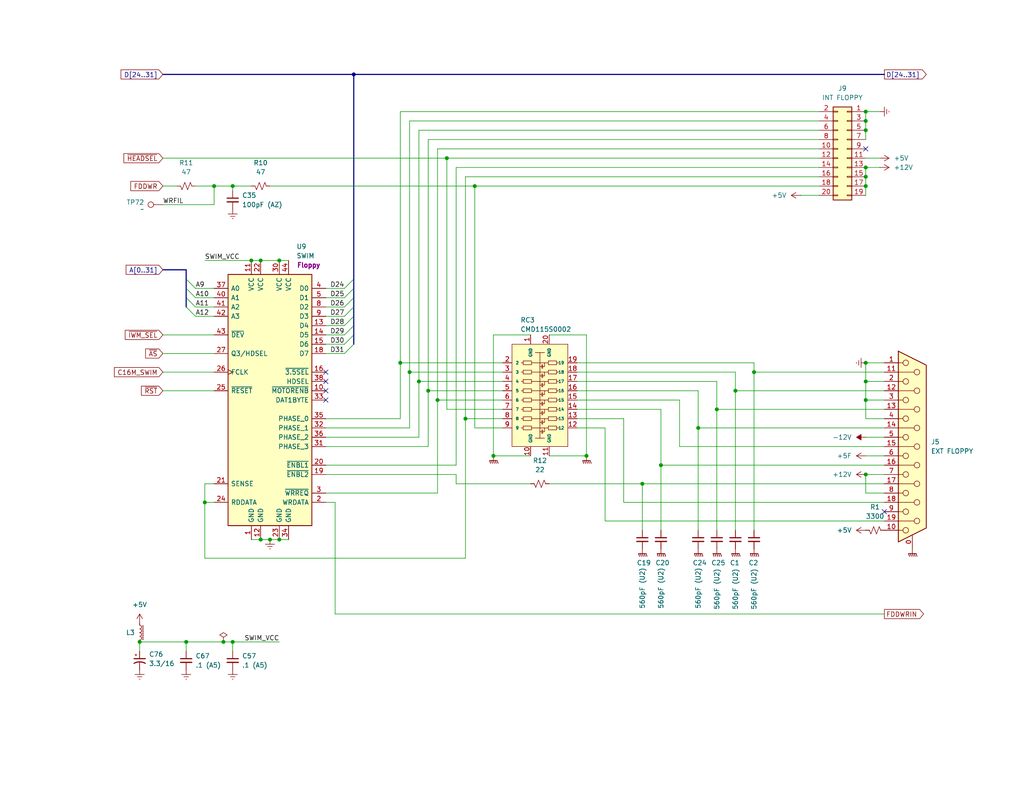
<source format=kicad_sch>
(kicad_sch (version 20250114) (generator "eeschema") (generator_version "9.0")
  (paper "USLetter")
  (title_block (title "Macintosh Classic II") (date "2025-05-29") (company "Apple Computer") (comment 1 "drawn by Bradley Bell"))
  (lib_symbols
    (symbol "AppleASIC:Apple_SWIM_PLCC-44" (pin_names (offset 0.762))
      (property "Reference" "U" (at 7.62 38.1 0))
      (property "Value" "Apple_SWIM_PLCC-44" (at 17.272 36.068 0))
      (symbol "Apple_SWIM_PLCC-44_1_1"
        (rectangle (start -11.43 34.29) (end 11.43 -34.29) (stroke (width 0.254)) (fill (type background)))
        (pin input line (at -15.24 30.48 0) (length 3.81) (name "A0") (number "37"))
        (pin input line (at -15.24 27.94 0) (length 3.81) (name "A1") (number "40"))
        (pin input line (at -15.24 25.4 0) (length 3.81) (name "A2") (number "41"))
        (pin input line (at -15.24 22.86 0) (length 3.81) (name "A3") (number "42"))
        (pin input line (at -15.24 17.78 0) (length 3.81) (name "~{DEV}") (number "43"))
        (pin bidirectional line (at -15.24 12.7 0) (length 3.81) (name "Q3/HDSEL") (number "27"))
        (pin input clock (at -15.24 7.62 0) (length 3.81) (name "FCLK") (number "26"))
        (pin input line (at -15.24 2.54 0) (length 3.81) (name "~{RESET}") (number "25"))
        (pin input line (at -15.24 -22.86 0) (length 3.81) (name "SENSE") (number "21"))
        (pin input line (at -15.24 -27.94 0) (length 3.81) (name "RDDATA") (number "24"))
        (pin power_in line (at -5.08 38.1 270) (length 3.81) (name "VCC") (number "11"))
        (pin power_in line (at -5.08 -38.1 90) (length 3.81) (name "GND") (number "1"))
        (pin power_in line (at -2.54 38.1 270) (length 3.81) (name "VCC") (number "22"))
        (pin power_in line (at -2.54 -38.1 90) (length 3.81) (name "GND") (number "12"))
        (pin power_in line (at 2.54 38.1 270) (length 3.81) (name "VCC") (number "30"))
        (pin power_in line (at 2.54 -38.1 90) (length 3.81) (name "GND") (number "23"))
        (pin power_in line (at 5.08 38.1 270) (length 3.81) (name "VCC") (number "44"))
        (pin power_in line (at 5.08 -38.1 90) (length 3.81) (name "GND") (number "34"))
        (pin bidirectional line (at 15.24 30.48 180) (length 3.81) (name "D0") (number "4"))
        (pin bidirectional line (at 15.24 27.94 180) (length 3.81) (name "D1") (number "5"))
        (pin bidirectional line (at 15.24 25.4 180) (length 3.81) (name "D2") (number "8"))
        (pin bidirectional line (at 15.24 22.86 180) (length 3.81) (name "D3") (number "9"))
        (pin bidirectional line (at 15.24 20.32 180) (length 3.81) (name "D4") (number "13"))
        (pin bidirectional line (at 15.24 17.78 180) (length 3.81) (name "D5") (number "14"))
        (pin bidirectional line (at 15.24 15.24 180) (length 3.81) (name "D6") (number "15"))
        (pin bidirectional line (at 15.24 12.7 180) (length 3.81) (name "D7") (number "18"))
        (pin output line (at 15.24 7.62 180) (length 3.81) (name "~{3.5SEL}") (number "16"))
        (pin output line (at 15.24 5.08 180) (length 3.81) (name "HDSEL") (number "38"))
        (pin output line (at 15.24 2.54 180) (length 3.81) (name "~{MOTORENB}") (number "10"))
        (pin output line (at 15.24 0 180) (length 3.81) (name "DAT1BYTE") (number "33"))
        (pin bidirectional line (at 15.24 -5.08 180) (length 3.81) (name "PHASE_0") (number "35"))
        (pin bidirectional line (at 15.24 -7.62 180) (length 3.81) (name "PHASE_1") (number "32"))
        (pin bidirectional line (at 15.24 -10.16 180) (length 3.81) (name "PHASE_2") (number "36"))
        (pin bidirectional line (at 15.24 -12.7 180) (length 3.81) (name "PHASE_3") (number "31"))
        (pin output line (at 15.24 -17.78 180) (length 3.81) (name "~{ENBL1}") (number "20"))
        (pin output line (at 15.24 -20.32 180) (length 3.81) (name "~{ENBL2}") (number "19"))
        (pin output line (at 15.24 -25.4 180) (length 3.81) (name "~{WRREQ}") (number "3"))
        (pin output line (at 15.24 -27.94 180) (length 3.81) (name "WRDATA") (number "2"))
        (pin no_connect non_logic (at 25.4 -31.75 180) (length 3.81) (hide yes) (name "") (number "6"))
        (pin no_connect non_logic (at 25.4 -34.29 180) (length 3.81) (hide yes) (name "") (number "7"))
        (pin no_connect non_logic (at 25.4 -36.83 180) (length 3.81) (hide yes) (name "") (number "17"))
        (pin no_connect non_logic (at 25.4 -39.37 180) (length 3.81) (hide yes) (name "") (number "28"))
        (pin no_connect non_logic (at 25.4 -41.91 180) (length 3.81) (hide yes) (name "") (number "29"))
        (pin no_connect non_logic (at 25.4 -44.45 180) (length 3.81) (hide yes) (name "") (number "39"))
      )
    )
    (symbol "AppleASIC:RC_Network" (pin_names (offset 1.016))
      (property "Reference" "RC" (at -35.56 16.51 0))
      (property "Value" "RC_Network" (at -35.56 16.51 0))
      (symbol "RC_Network_0_1"
        (polyline (pts (xy -10.414 1.27) (xy -10.414 -1.27)))
        (polyline (pts (xy -10.16 0) (xy -10.414 0) (xy 12.954 0)))
        (rectangle (start -8.128 4.572) (end -7.112 2.286))
        (rectangle (start -8.128 -2.286) (end -7.112 -4.572))
        (polyline (pts (xy -7.62 4.572) (xy -7.62 5.08)))
        (polyline (pts (xy -7.62 1.27) (xy -6.604 1.27) (xy -6.604 0.762)))
        (polyline (pts (xy -7.62 -2.286) (xy -7.62 2.286)))
        (polyline (pts (xy -7.62 -4.572) (xy -7.62 -5.08)))
        (polyline (pts (xy -7.112 0.508) (xy -6.096 0.508)))
        (polyline (pts (xy -6.858 0.762) (xy -6.35 0.762)))
        (polyline (pts (xy -6.604 0.508) (xy -6.604 0)))
        (polyline (pts (xy -6.35 0.508) (xy -6.858 0.508)))
        (polyline (pts (xy -6.096 0.762) (xy -7.112 0.762)))
        (rectangle (start -5.588 4.572) (end -4.572 2.286))
        (rectangle (start -5.588 -2.286) (end -4.572 -4.572))
        (polyline (pts (xy -5.08 4.572) (xy -5.08 5.08)))
        (polyline (pts (xy -5.08 2.286) (xy -5.08 -2.286)))
        (polyline (pts (xy -5.08 1.27) (xy -4.064 1.27) (xy -4.064 0.762) (xy -4.572 0.762) (xy -3.556 0.762)))
        (polyline (pts (xy -5.08 -4.572) (xy -5.08 -5.08)))
        (polyline (pts (xy -4.572 0.508) (xy -3.556 0.508) (xy -4.064 0.508) (xy -4.064 0)))
        (rectangle (start -3.048 4.572) (end -2.032 2.286))
        (rectangle (start -3.048 -2.286) (end -2.032 -4.572))
        (polyline (pts (xy -2.54 4.572) (xy -2.54 5.08)))
        (polyline (pts (xy -2.54 2.286) (xy -2.54 -2.286)))
        (polyline (pts (xy -2.54 1.27) (xy -1.524 1.27) (xy -1.524 0.762) (xy -2.032 0.762) (xy -1.016 0.762)))
        (polyline (pts (xy -2.54 -4.572) (xy -2.54 -5.08)))
        (polyline (pts (xy -2.032 0.508) (xy -1.016 0.508) (xy -1.524 0.508) (xy -1.524 0)))
        (rectangle (start -0.508 4.572) (end 0.508 2.286))
        (rectangle (start -0.508 -2.286) (end 0.508 -4.572))
        (polyline (pts (xy 0 4.572) (xy 0 5.08)))
        (polyline (pts (xy 0 2.286) (xy 0 -2.286)))
        (polyline (pts (xy 0 1.27) (xy 1.016 1.27) (xy 1.016 0.762) (xy 0.508 0.762) (xy 1.524 0.762)))
        (polyline (pts (xy 0 -4.572) (xy 0 -5.08)))
        (polyline (pts (xy 0.508 0.508) (xy 1.524 0.508) (xy 1.016 0.508) (xy 1.016 0)))
        (rectangle (start 2.032 4.572) (end 3.048 2.286))
        (rectangle (start 2.032 -2.286) (end 3.048 -4.572))
        (polyline (pts (xy 2.54 4.572) (xy 2.54 5.08)))
        (polyline (pts (xy 2.54 2.286) (xy 2.54 -2.286)))
        (polyline (pts (xy 2.54 1.27) (xy 3.556 1.27) (xy 3.556 0.762) (xy 3.048 0.762) (xy 4.064 0.762)))
        (polyline (pts (xy 2.54 -4.572) (xy 2.54 -5.08)))
        (polyline (pts (xy 3.048 0.508) (xy 4.064 0.508) (xy 3.556 0.508) (xy 3.556 0)))
        (rectangle (start 4.572 4.572) (end 5.588 2.286))
        (rectangle (start 4.572 -2.286) (end 5.588 -4.572))
        (polyline (pts (xy 5.08 4.572) (xy 5.08 5.08)))
        (polyline (pts (xy 5.08 2.286) (xy 5.08 -2.286)))
        (polyline (pts (xy 5.08 1.27) (xy 6.096 1.27) (xy 6.096 0.762) (xy 5.588 0.762) (xy 6.604 0.762)))
        (polyline (pts (xy 5.08 -4.572) (xy 5.08 -5.08)))
        (polyline (pts (xy 5.588 0.508) (xy 6.604 0.508) (xy 6.096 0.508) (xy 6.096 0)))
        (rectangle (start 7.112 4.572) (end 8.128 2.286))
        (rectangle (start 7.112 -2.286) (end 8.128 -4.572))
        (polyline (pts (xy 7.62 4.572) (xy 7.62 5.08)))
        (polyline (pts (xy 7.62 2.286) (xy 7.62 -2.286)))
        (polyline (pts (xy 7.62 1.27) (xy 8.636 1.27) (xy 8.636 0.762) (xy 8.128 0.762) (xy 9.144 0.762)))
        (polyline (pts (xy 7.62 -4.572) (xy 7.62 -5.08)))
        (polyline (pts (xy 9.144 0.508) (xy 8.128 0.508) (xy 8.636 0.508) (xy 8.636 0)))
        (rectangle (start 9.652 4.572) (end 10.668 2.286))
        (rectangle (start 9.652 -2.286) (end 10.668 -4.572))
        (polyline (pts (xy 10.16 4.572) (xy 10.16 5.08)))
        (polyline (pts (xy 10.16 2.286) (xy 10.16 -2.286)))
        (polyline (pts (xy 10.16 1.27) (xy 11.176 1.27) (xy 11.176 0.762) (xy 10.668 0.762) (xy 11.684 0.762)))
        (polyline (pts (xy 10.16 -4.572) (xy 10.16 -5.08)))
        (polyline (pts (xy 10.668 0.508) (xy 11.684 0.508) (xy 11.176 0.508) (xy 11.176 0)))
        (polyline (pts (xy 12.954 1.27) (xy 12.954 -1.27)))
      )
      (symbol "RC_Network_1_1"
        (rectangle (start -12.7 7.62) (end 15.24 -7.62) (fill (type background)))
        (pin passive line (at -15.24 2.54 0) (length 2.4892) (name "GND") (number "20"))
        (pin passive line (at -15.24 -2.54 0) (length 2.4892) (name "GND") (number "1"))
        (pin passive line (at -7.62 10.16 270) (length 2.4892) (name "19") (number "19"))
        (pin passive line (at -7.62 -10.16 90) (length 2.4892) (name "2") (number "2"))
        (pin passive line (at -5.08 10.16 270) (length 2.4892) (name "18") (number "18"))
        (pin passive line (at -5.08 -10.16 90) (length 2.4892) (name "3") (number "3"))
        (pin passive line (at -2.54 10.16 270) (length 2.4892) (name "17") (number "17"))
        (pin passive line (at -2.54 -10.16 90) (length 2.4892) (name "4") (number "4"))
        (pin passive line (at 0 10.16 270) (length 2.4892) (name "16") (number "16"))
        (pin passive line (at 0 -10.16 90) (length 2.4892) (name "5") (number "5"))
        (pin passive line (at 2.54 10.16 270) (length 2.4892) (name "15") (number "15"))
        (pin passive line (at 2.54 -10.16 90) (length 2.4892) (name "6") (number "6"))
        (pin passive line (at 5.08 10.16 270) (length 2.4892) (name "14") (number "14"))
        (pin passive line (at 5.08 -10.16 90) (length 2.4892) (name "7") (number "7"))
        (pin passive line (at 7.62 10.16 270) (length 2.4892) (name "13") (number "13"))
        (pin passive line (at 7.62 -10.16 90) (length 2.4892) (name "8") (number "8"))
        (pin passive line (at 10.16 10.16 270) (length 2.4892) (name "12") (number "12"))
        (pin passive line (at 10.16 -10.16 90) (length 2.4892) (name "9") (number "9"))
        (pin passive line (at 17.78 2.54 180) (length 2.4892) (name "GND") (number "11"))
        (pin passive line (at 17.78 -2.54 180) (length 2.4892) (name "GND") (number "10"))
      )
    )
    (symbol "Connector:TestPoint" (pin_numbers (hide yes)) (pin_names (offset 0.762) (hide yes))
      (property "Reference" "TP" (at 0 6.858 0))
      (property "Value" "TestPoint" (at 0 5.08 0))
      (symbol "TestPoint_0_1"
        (circle (center 0 3.302) (radius 0.762))
      )
      (symbol "TestPoint_1_1"
        (pin passive line (at 0 0 90) (length 2.54) (name "1") (number "1"))
      )
    )
    (symbol "Connector_Generic:Conn_02x10_Odd_Even" (pin_names (offset 1.016) (hide yes))
      (property "Reference" "J" (at 1.27 12.7 0))
      (property "Value" "Conn_02x10_Odd_Even" (at 1.27 -15.24 0))
      (symbol "Conn_02x10_Odd_Even_1_1"
        (rectangle (start -1.27 11.43) (end 3.81 -13.97) (stroke (width 0.254)) (fill (type background)))
        (rectangle (start -1.27 10.287) (end 0 10.033) (stroke (width 0.1524)))
        (rectangle (start -1.27 7.747) (end 0 7.493) (stroke (width 0.1524)))
        (rectangle (start -1.27 5.207) (end 0 4.953) (stroke (width 0.1524)))
        (rectangle (start -1.27 2.667) (end 0 2.413) (stroke (width 0.1524)))
        (rectangle (start -1.27 0.127) (end 0 -0.127) (stroke (width 0.1524)))
        (rectangle (start -1.27 -2.413) (end 0 -2.667) (stroke (width 0.1524)))
        (rectangle (start -1.27 -4.953) (end 0 -5.207) (stroke (width 0.1524)))
        (rectangle (start -1.27 -7.493) (end 0 -7.747) (stroke (width 0.1524)))
        (rectangle (start -1.27 -10.033) (end 0 -10.287) (stroke (width 0.1524)))
        (rectangle (start -1.27 -12.573) (end 0 -12.827) (stroke (width 0.1524)))
        (rectangle (start 3.81 10.287) (end 2.54 10.033) (stroke (width 0.1524)))
        (rectangle (start 3.81 7.747) (end 2.54 7.493) (stroke (width 0.1524)))
        (rectangle (start 3.81 5.207) (end 2.54 4.953) (stroke (width 0.1524)))
        (rectangle (start 3.81 2.667) (end 2.54 2.413) (stroke (width 0.1524)))
        (rectangle (start 3.81 0.127) (end 2.54 -0.127) (stroke (width 0.1524)))
        (rectangle (start 3.81 -2.413) (end 2.54 -2.667) (stroke (width 0.1524)))
        (rectangle (start 3.81 -4.953) (end 2.54 -5.207) (stroke (width 0.1524)))
        (rectangle (start 3.81 -7.493) (end 2.54 -7.747) (stroke (width 0.1524)))
        (rectangle (start 3.81 -10.033) (end 2.54 -10.287) (stroke (width 0.1524)))
        (rectangle (start 3.81 -12.573) (end 2.54 -12.827) (stroke (width 0.1524)))
        (pin passive line (at -5.08 10.16 0) (length 3.81) (name "Pin_1") (number "1"))
        (pin passive line (at -5.08 7.62 0) (length 3.81) (name "Pin_3") (number "3"))
        (pin passive line (at -5.08 5.08 0) (length 3.81) (name "Pin_5") (number "5"))
        (pin passive line (at -5.08 2.54 0) (length 3.81) (name "Pin_7") (number "7"))
        (pin passive line (at -5.08 0 0) (length 3.81) (name "Pin_9") (number "9"))
        (pin passive line (at -5.08 -2.54 0) (length 3.81) (name "Pin_11") (number "11"))
        (pin passive line (at -5.08 -5.08 0) (length 3.81) (name "Pin_13") (number "13"))
        (pin passive line (at -5.08 -7.62 0) (length 3.81) (name "Pin_15") (number "15"))
        (pin passive line (at -5.08 -10.16 0) (length 3.81) (name "Pin_17") (number "17"))
        (pin passive line (at -5.08 -12.7 0) (length 3.81) (name "Pin_19") (number "19"))
        (pin passive line (at 7.62 10.16 180) (length 3.81) (name "Pin_2") (number "2"))
        (pin passive line (at 7.62 7.62 180) (length 3.81) (name "Pin_4") (number "4"))
        (pin passive line (at 7.62 5.08 180) (length 3.81) (name "Pin_6") (number "6"))
        (pin passive line (at 7.62 2.54 180) (length 3.81) (name "Pin_8") (number "8"))
        (pin passive line (at 7.62 0 180) (length 3.81) (name "Pin_10") (number "10"))
        (pin passive line (at 7.62 -2.54 180) (length 3.81) (name "Pin_12") (number "12"))
        (pin passive line (at 7.62 -5.08 180) (length 3.81) (name "Pin_14") (number "14"))
        (pin passive line (at 7.62 -7.62 180) (length 3.81) (name "Pin_16") (number "16"))
        (pin passive line (at 7.62 -10.16 180) (length 3.81) (name "Pin_18") (number "18"))
        (pin passive line (at 7.62 -12.7 180) (length 3.81) (name "Pin_20") (number "20"))
      )
    )
    (symbol "Device:C_Polarized_Small_US" (pin_numbers (hide yes)) (pin_names (offset 0.254) (hide yes))
      (property "Reference" "C" (at 0.254 1.778 0))
      (property "Value" "C_Polarized_Small_US" (at 0.254 -2.032 0))
      (symbol "C_Polarized_Small_US_0_1"
        (polyline (pts (xy -1.524 0.508) (xy 1.524 0.508)) (stroke (width 0.3048)))
        (polyline (pts (xy -1.27 1.524) (xy -0.762 1.524)))
        (polyline (pts (xy -1.016 1.27) (xy -1.016 1.778)))
        (arc (start -1.524 -0.762) (mid 0 -0.3734) (end 1.524 -0.762) (stroke (width 0.3048)))
      )
      (symbol "C_Polarized_Small_US_1_1"
        (pin passive line (at 0 2.54 270) (length 2.032) (name "~") (number "1"))
        (pin passive line (at 0 -2.54 90) (length 2.032) (name "~") (number "2"))
      )
    )
    (symbol "Device:C_Small" (pin_numbers (hide yes)) (pin_names (offset 0.254) (hide yes))
      (property "Reference" "C" (at 0.254 1.778 0))
      (property "Value" "C_Small" (at 0.254 -2.032 0))
      (symbol "C_Small_0_1"
        (polyline (pts (xy -1.524 0.508) (xy 1.524 0.508)) (stroke (width 0.3048)))
        (polyline (pts (xy -1.524 -0.508) (xy 1.524 -0.508)) (stroke (width 0.3302)))
      )
      (symbol "C_Small_1_1"
        (pin passive line (at 0 2.54 270) (length 2.032) (name "~") (number "1"))
        (pin passive line (at 0 -2.54 90) (length 2.032) (name "~") (number "2"))
      )
    )
    (symbol "Device:L_Ferrite_Small" (pin_numbers (hide yes)) (pin_names (offset 0.254) (hide yes))
      (property "Reference" "L" (at 1.27 1.016 0))
      (property "Value" "L_Ferrite_Small" (at 1.27 -1.27 0))
      (symbol "L_Ferrite_Small_0_1"
        (arc (start 0 2.032) (mid 0.5058 1.524) (end 0 1.016))
        (arc (start 0 1.016) (mid 0.5058 0.508) (end 0 0))
        (arc (start 0 0) (mid 0.5058 -0.508) (end 0 -1.016))
        (arc (start 0 -1.016) (mid 0.5058 -1.524) (end 0 -2.032))
        (polyline (pts (xy 0.762 1.651) (xy 0.762 1.905)))
        (polyline (pts (xy 0.762 1.143) (xy 0.762 1.397)))
        (polyline (pts (xy 0.762 0.635) (xy 0.762 0.889)))
        (polyline (pts (xy 0.762 0.127) (xy 0.762 0.381)))
        (polyline (pts (xy 0.762 -0.381) (xy 0.762 -0.127)))
        (polyline (pts (xy 0.762 -0.889) (xy 0.762 -0.635)))
        (polyline (pts (xy 0.762 -1.397) (xy 0.762 -1.143)))
        (polyline (pts (xy 0.762 -1.905) (xy 0.762 -1.651)))
        (polyline (pts (xy 1.016 1.905) (xy 1.016 1.651)))
        (polyline (pts (xy 1.016 1.397) (xy 1.016 1.143)))
        (polyline (pts (xy 1.016 0.889) (xy 1.016 0.635)))
        (polyline (pts (xy 1.016 0.381) (xy 1.016 0.127)))
        (polyline (pts (xy 1.016 -0.127) (xy 1.016 -0.381)))
        (polyline (pts (xy 1.016 -0.635) (xy 1.016 -0.889)))
        (polyline (pts (xy 1.016 -1.143) (xy 1.016 -1.397)))
        (polyline (pts (xy 1.016 -1.651) (xy 1.016 -1.905)))
      )
      (symbol "L_Ferrite_Small_1_1"
        (pin passive line (at 0 2.54 270) (length 0.508) (name "~") (number "1"))
        (pin passive line (at 0 -2.54 90) (length 0.508) (name "~") (number "2"))
      )
    )
    (symbol "Device:R_Small_US" (pin_numbers (hide yes)) (pin_names (offset 0.254) (hide yes))
      (property "Reference" "R" (at 0.762 0.508 0))
      (property "Value" "R_Small_US" (at 0.762 -1.016 0))
      (symbol "R_Small_US_1_1"
        (polyline (pts (xy 0 1.524) (xy 1.016 1.143) (xy 0 0.762) (xy -1.016 0.381) (xy 0 0)))
        (polyline (pts (xy 0 0) (xy 1.016 -0.381) (xy 0 -0.762) (xy -1.016 -1.143) (xy 0 -1.524)))
        (pin passive line (at 0 2.54 270) (length 1.016) (name "~") (number "1"))
        (pin passive line (at 0 -2.54 90) (length 1.016) (name "~") (number "2"))
      )
    )
    (symbol "MyConnector:DSUB19_Female_MountingHoles" (pin_names (offset 1.016) (hide yes))
      (property "Reference" "J" (at -0.254 29.718 0))
      (property "Value" "DSUB19_Female_MountingHoles" (at 9.906 27.686 0))
      (symbol "DSUB19_Female_MountingHoles_0_1"
        (polyline (pts (xy -3.81 26.035) (xy -3.81 -26.035) (xy 3.81 -22.225) (xy 3.81 22.225) (xy -3.81 26.035)) (stroke (width 0.254)) (fill (type background)))
        (polyline (pts (xy -3.81 22.86) (xy -2.54 22.86)))
        (polyline (pts (xy -3.81 20.32) (xy 0.508 20.32)))
        (polyline (pts (xy -3.81 17.78) (xy -2.54 17.78)))
        (polyline (pts (xy -3.81 15.24) (xy 0.508 15.24)))
        (polyline (pts (xy -3.81 12.7) (xy -2.54 12.7)))
        (polyline (pts (xy -3.81 10.16) (xy 0.508 10.16)))
        (polyline (pts (xy -3.81 7.62) (xy -2.54 7.62)))
        (polyline (pts (xy -3.81 5.08) (xy 0.508 5.08)))
        (polyline (pts (xy -3.81 2.54) (xy -2.54 2.54)))
        (polyline (pts (xy -3.81 0) (xy 0.508 0)))
        (polyline (pts (xy -3.81 -2.54) (xy -2.54 -2.54)))
        (polyline (pts (xy -3.81 -5.08) (xy 0.508 -5.08)))
        (polyline (pts (xy -3.81 -7.62) (xy -2.54 -7.62)))
        (polyline (pts (xy -3.81 -10.16) (xy 0.508 -10.16)))
        (polyline (pts (xy -3.81 -12.7) (xy -2.54 -12.7)))
        (polyline (pts (xy -3.81 -15.24) (xy 0.508 -15.24)))
        (polyline (pts (xy -3.81 -17.78) (xy -2.54 -17.78)))
        (polyline (pts (xy -3.81 -20.32) (xy 0.508 -20.32)))
        (polyline (pts (xy -3.81 -22.86) (xy -2.54 -22.86)))
        (circle (center -1.778 22.86) (radius 0.762))
        (circle (center -1.778 17.78) (radius 0.762))
        (circle (center -1.778 12.7) (radius 0.762))
        (circle (center -1.778 7.62) (radius 0.762))
        (circle (center -1.778 2.54) (radius 0.762))
        (circle (center -1.778 -2.54) (radius 0.762))
        (circle (center -1.778 -7.62) (radius 0.762))
        (circle (center -1.778 -12.7) (radius 0.762))
        (circle (center -1.778 -17.78) (radius 0.762))
        (circle (center -1.778 -22.86) (radius 0.762))
        (circle (center 1.27 20.32) (radius 0.762))
        (circle (center 1.27 15.24) (radius 0.762))
        (circle (center 1.27 10.16) (radius 0.762))
        (circle (center 1.27 5.08) (radius 0.762))
        (circle (center 1.27 0) (radius 0.762))
        (circle (center 1.27 -5.08) (radius 0.762))
        (circle (center 1.27 -10.16) (radius 0.762))
        (circle (center 1.27 -15.24) (radius 0.762))
        (circle (center 1.27 -20.32) (radius 0.762))
      )
      (symbol "DSUB19_Female_MountingHoles_1_1"
        (pin passive line (at -7.62 22.86 0) (length 3.81) (name "1") (number "1"))
        (pin passive line (at -7.62 20.32 0) (length 3.81) (name "11") (number "11"))
        (pin passive line (at -7.62 17.78 0) (length 3.81) (name "2") (number "2"))
        (pin passive line (at -7.62 15.24 0) (length 3.81) (name "12") (number "12"))
        (pin passive line (at -7.62 12.7 0) (length 3.81) (name "3") (number "3"))
        (pin passive line (at -7.62 10.16 0) (length 3.81) (name "13") (number "13"))
        (pin passive line (at -7.62 7.62 0) (length 3.81) (name "4") (number "4"))
        (pin passive line (at -7.62 5.08 0) (length 3.81) (name "14") (number "14"))
        (pin passive line (at -7.62 2.54 0) (length 3.81) (name "5") (number "5"))
        (pin passive line (at -7.62 0 0) (length 3.81) (name "15") (number "15"))
        (pin passive line (at -7.62 -2.54 0) (length 3.81) (name "6") (number "6"))
        (pin passive line (at -7.62 -5.08 0) (length 3.81) (name "16") (number "16"))
        (pin passive line (at -7.62 -7.62 0) (length 3.81) (name "7") (number "7"))
        (pin passive line (at -7.62 -10.16 0) (length 3.81) (name "17") (number "17"))
        (pin passive line (at -7.62 -12.7 0) (length 3.81) (name "8") (number "8"))
        (pin passive line (at -7.62 -15.24 0) (length 3.81) (name "18") (number "18"))
        (pin passive line (at -7.62 -17.78 0) (length 3.81) (name "9") (number "9"))
        (pin passive line (at -7.62 -20.32 0) (length 3.81) (name "19") (number "19"))
        (pin passive line (at -7.62 -22.86 0) (length 3.81) (name "10") (number "10"))
        (pin passive line (at 0 -27.94 90) (length 3.81) (name "PAD") (number "0"))
      )
    )
    (symbol "power:+12V" (power) (pin_numbers (hide yes)) (pin_names (offset 0) (hide yes))
      (property "Value" "+12V" (at 0 3.556 0))
      (symbol "+12V_0_1"
        (polyline (pts (xy -0.762 1.27) (xy 0 2.54)))
        (polyline (pts (xy 0 2.54) (xy 0.762 1.27)))
        (polyline (pts (xy 0 0) (xy 0 2.54)))
      )
      (symbol "+12V_1_1"
        (pin power_in line (at 0 0 90) (length 0) (name "~") (number "1"))
      )
    )
    (symbol "power:+5F" (power) (pin_numbers (hide yes)) (pin_names (offset 0) (hide yes))
      (property "Value" "+5F" (at 0 3.556 0))
      (symbol "+5F_0_1"
        (polyline (pts (xy -0.762 1.27) (xy 0 2.54)))
        (polyline (pts (xy 0 2.54) (xy 0.762 1.27)))
        (polyline (pts (xy 0 0) (xy 0 2.54)))
      )
      (symbol "+5F_1_1"
        (pin power_in line (at 0 0 90) (length 0) (name "~") (number "1"))
      )
    )
    (symbol "power:+5V" (power) (pin_numbers (hide yes)) (pin_names (offset 0) (hide yes))
      (property "Value" "+5V" (at 0 3.556 0))
      (symbol "+5V_0_1"
        (polyline (pts (xy -0.762 1.27) (xy 0 2.54)))
        (polyline (pts (xy 0 2.54) (xy 0.762 1.27)))
        (polyline (pts (xy 0 0) (xy 0 2.54)))
      )
      (symbol "+5V_1_1"
        (pin power_in line (at 0 0 90) (length 0) (name "~") (number "1"))
      )
    )
    (symbol "power:-12V" (power) (pin_numbers (hide yes)) (pin_names (offset 0) (hide yes))
      (property "Value" "-12V" (at 0 3.556 0))
      (symbol "-12V_0_0"
        (pin power_in line (at 0 0 90) (length 0) (name "~") (number "1"))
      )
      (symbol "-12V_0_1"
        (polyline (pts (xy 0 0) (xy 0 1.27) (xy 0.762 1.27) (xy 0 2.54) (xy -0.762 1.27) (xy 0 1.27)) (fill (type outline)))
      )
    )
    (symbol "power:GNDPWR" (power) (pin_numbers (hide yes)) (pin_names (offset 0) (hide yes))
      (property "Value" "GNDPWR" (at 0 -3.302 0))
      (symbol "GNDPWR_0_1"
        (polyline (pts (xy -1.016 -1.27) (xy -1.27 -2.032) (xy -1.27 -2.032)) (stroke (width 0.2032)))
        (polyline (pts (xy -0.508 -1.27) (xy -0.762 -2.032) (xy -0.762 -2.032)) (stroke (width 0.2032)))
        (polyline (pts (xy 0 -1.27) (xy 0 0)))
        (polyline (pts (xy 0 -1.27) (xy -0.254 -2.032) (xy -0.254 -2.032)) (stroke (width 0.2032)))
        (polyline (pts (xy 0.508 -1.27) (xy 0.254 -2.032) (xy 0.254 -2.032)) (stroke (width 0.2032)))
        (polyline (pts (xy 1.016 -1.27) (xy -1.016 -1.27) (xy -1.016 -1.27)) (stroke (width 0.2032)))
        (polyline (pts (xy 1.016 -1.27) (xy 0.762 -2.032) (xy 0.762 -2.032) (xy 0.762 -2.032)) (stroke (width 0.2032)))
      )
      (symbol "GNDPWR_1_1"
        (pin power_in line (at 0 0 270) (length 0) (name "~") (number "1"))
      )
    )
    (symbol "power:GNDREF" (power) (pin_numbers (hide yes)) (pin_names (offset 0) (hide yes))
      (property "Value" "GNDREF" (at 0 -3.81 0))
      (symbol "GNDREF_0_1"
        (polyline (pts (xy -0.635 -1.905) (xy 0.635 -1.905)))
        (polyline (pts (xy -0.127 -2.54) (xy 0.127 -2.54)))
        (polyline (pts (xy 0 -1.27) (xy 0 0)))
        (polyline (pts (xy 1.27 -1.27) (xy -1.27 -1.27)))
      )
      (symbol "GNDREF_1_1"
        (pin power_in line (at 0 0 270) (length 0) (name "~") (number "1"))
      )
    )
    (symbol "power:PWR_FLAG" (power) (pin_numbers (hide yes)) (pin_names (offset 0) (hide yes))
      (property "Value" "PWR_FLAG" (at 0 3.81 0))
      (symbol "PWR_FLAG_0_0"
        (pin power_out line (at 0 0 90) (length 0) (name "~") (number "1"))
      )
      (symbol "PWR_FLAG_0_1"
        (polyline (pts (xy 0 0) (xy 0 1.27) (xy -1.016 1.905) (xy 0 2.54) (xy 1.016 1.905) (xy 0 1.27)))
      )
    )
  )
  (junction (at 60.96 175.26))
  (junction (at 63.5 50.8))
  (junction (at 195.58 111.76))
  (junction (at 236.22 35.56))
  (junction (at 76.2 147.32))
  (junction (at 190.5 116.84))
  (junction (at 55.88 137.16))
  (junction (at 236.22 30.48))
  (junction (at 38.1 175.26))
  (junction (at 134.62 124.46))
  (junction (at 236.22 45.72))
  (junction (at 96.52 20.32))
  (junction (at 236.22 33.02))
  (junction (at 68.58 71.12))
  (junction (at 63.5 175.26))
  (junction (at 121.92 43.18))
  (junction (at 111.76 101.6))
  (junction (at 175.26 132.08))
  (junction (at 127 114.3))
  (junction (at 236.22 104.14))
  (junction (at 116.84 106.68))
  (junction (at 236.22 129.54))
  (junction (at 73.66 147.32))
  (junction (at 71.12 71.12))
  (junction (at 71.12 147.32))
  (junction (at 160.02 124.46))
  (junction (at 76.2 71.12))
  (junction (at 180.34 127))
  (junction (at 114.3 104.14))
  (junction (at 200.66 106.68))
  (junction (at 58.42 50.8))
  (junction (at 205.74 101.6))
  (junction (at 129.54 50.8))
  (junction (at 236.22 99.06))
  (junction (at 236.22 50.8))
  (junction (at 236.22 109.22))
  (junction (at 109.22 99.06))
  (junction (at 50.8 175.26))
  (junction (at 236.22 48.26))
  (junction (at 119.38 109.22))
  (no_connect (at 88.9 101.6))
  (no_connect (at 236.22 40.64))
  (no_connect (at 241.3 139.7))
  (no_connect (at 88.9 106.68))
  (no_connect (at 88.9 109.22))
  (no_connect (at 88.9 104.14))
  (bus_entry (at 93.98 96.52) (size 2.54 -2.54))
  (bus_entry (at 50.8 81.28) (size 2.54 2.54))
  (bus_entry (at 93.98 81.28) (size 2.54 -2.54))
  (bus_entry (at 50.8 83.82) (size 2.54 2.54))
  (bus_entry (at 93.98 93.98) (size 2.54 -2.54))
  (bus_entry (at 93.98 83.82) (size 2.54 -2.54))
  (bus_entry (at 93.98 91.44) (size 2.54 -2.54))
  (bus_entry (at 93.98 78.74) (size 2.54 -2.54))
  (bus_entry (at 93.98 88.9) (size 2.54 -2.54))
  (bus_entry (at 50.8 76.2) (size 2.54 2.54))
  (bus_entry (at 50.8 78.74) (size 2.54 2.54))
  (bus_entry (at 93.98 86.36) (size 2.54 -2.54))
  (wire (pts (xy 236.22 109.22) (xy 241.3 109.22)))
  (wire (pts (xy 63.5 50.8) (xy 58.42 50.8)))
  (wire (pts (xy 195.58 111.76) (xy 241.3 111.76)))
  (wire (pts (xy 200.66 106.68) (xy 200.66 144.78)))
  (wire (pts (xy 236.22 134.62) (xy 241.3 134.62)))
  (wire (pts (xy 58.42 86.36) (xy 53.34 86.36)))
  (bus (pts (xy 50.8 83.82) (xy 50.8 81.28)))
  (wire (pts (xy 71.12 147.32) (xy 68.58 147.32)))
  (wire (pts (xy 134.62 91.44) (xy 134.62 124.46)))
  (bus (pts (xy 96.52 81.28) (xy 96.52 83.82)))
  (wire (pts (xy 236.22 119.38) (xy 241.3 119.38)))
  (wire (pts (xy 119.38 134.62) (xy 88.9 134.62)))
  (wire (pts (xy 134.62 91.44) (xy 144.78 91.44)))
  (wire (pts (xy 190.5 116.84) (xy 241.3 116.84)))
  (wire (pts (xy 205.74 99.06) (xy 205.74 101.6)))
  (wire (pts (xy 200.66 101.6) (xy 200.66 106.68)))
  (wire (pts (xy 157.48 111.76) (xy 180.34 111.76)))
  (wire (pts (xy 44.45 50.8) (xy 48.26 50.8)))
  (wire (pts (xy 124.46 129.54) (xy 124.46 132.08)))
  (wire (pts (xy 236.22 129.54) (xy 236.22 134.62)))
  (wire (pts (xy 127 48.26) (xy 127 114.3)))
  (wire (pts (xy 129.54 50.8) (xy 223.52 50.8)))
  (wire (pts (xy 44.45 101.6) (xy 58.42 101.6)))
  (wire (pts (xy 241.3 137.16) (xy 170.18 137.16)))
  (wire (pts (xy 50.8 175.26) (xy 38.1 175.26)))
  (wire (pts (xy 124.46 129.54) (xy 88.9 129.54)))
  (wire (pts (xy 114.3 119.38) (xy 114.3 104.14)))
  (wire (pts (xy 55.88 132.08) (xy 58.42 132.08)))
  (wire (pts (xy 165.1 142.24) (xy 165.1 116.84)))
  (wire (pts (xy 157.48 104.14) (xy 195.58 104.14)))
  (wire (pts (xy 88.9 93.98) (xy 93.98 93.98)))
  (wire (pts (xy 76.2 147.32) (xy 78.74 147.32)))
  (wire (pts (xy 58.42 55.88) (xy 58.42 50.8)))
  (wire (pts (xy 76.2 71.12) (xy 78.74 71.12)))
  (wire (pts (xy 38.1 177.8) (xy 38.1 175.26)))
  (wire (pts (xy 157.48 99.06) (xy 205.74 99.06)))
  (wire (pts (xy 241.3 99.06) (xy 236.22 99.06)))
  (wire (pts (xy 240.03 43.18) (xy 236.22 43.18)))
  (wire (pts (xy 200.66 106.68) (xy 241.3 106.68)))
  (bus (pts (xy 50.8 73.66) (xy 50.8 76.2)))
  (wire (pts (xy 111.76 101.6) (xy 111.76 33.02)))
  (wire (pts (xy 157.48 101.6) (xy 200.66 101.6)))
  (wire (pts (xy 44.45 91.44) (xy 58.42 91.44)))
  (wire (pts (xy 58.42 78.74) (xy 53.34 78.74)))
  (wire (pts (xy 236.22 114.3) (xy 241.3 114.3)))
  (wire (pts (xy 180.34 127) (xy 241.3 127)))
  (wire (pts (xy 175.26 132.08) (xy 175.26 144.78)))
  (wire (pts (xy 88.9 121.92) (xy 116.84 121.92)))
  (wire (pts (xy 205.74 101.6) (xy 205.74 144.78)))
  (wire (pts (xy 236.22 104.14) (xy 241.3 104.14)))
  (wire (pts (xy 180.34 127) (xy 180.34 144.78)))
  (wire (pts (xy 165.1 116.84) (xy 157.48 116.84)))
  (wire (pts (xy 88.9 83.82) (xy 93.98 83.82)))
  (wire (pts (xy 88.9 78.74) (xy 93.98 78.74)))
  (wire (pts (xy 55.88 152.4) (xy 127 152.4)))
  (wire (pts (xy 58.42 81.28) (xy 53.34 81.28)))
  (wire (pts (xy 129.54 116.84) (xy 137.16 116.84)))
  (wire (pts (xy 44.45 55.88) (xy 58.42 55.88)))
  (wire (pts (xy 44.45 106.68) (xy 58.42 106.68)))
  (wire (pts (xy 88.9 81.28) (xy 93.98 81.28)))
  (wire (pts (xy 236.22 48.26) (xy 236.22 45.72)))
  (wire (pts (xy 236.22 35.56) (xy 236.22 38.1)))
  (wire (pts (xy 127 48.26) (xy 223.52 48.26)))
  (wire (pts (xy 88.9 96.52) (xy 93.98 96.52)))
  (wire (pts (xy 240.03 30.48) (xy 236.22 30.48)))
  (wire (pts (xy 88.9 137.16) (xy 91.44 137.16)))
  (wire (pts (xy 88.9 116.84) (xy 111.76 116.84)))
  (wire (pts (xy 88.9 119.38) (xy 114.3 119.38)))
  (bus (pts (xy 96.52 20.32) (xy 241.3 20.32)))
  (wire (pts (xy 157.48 109.22) (xy 185.42 109.22)))
  (bus (pts (xy 96.52 78.74) (xy 96.52 81.28)))
  (wire (pts (xy 190.5 116.84) (xy 190.5 144.78)))
  (bus (pts (xy 96.52 20.32) (xy 96.52 76.2)))
  (wire (pts (xy 73.66 147.32) (xy 76.2 147.32)))
  (wire (pts (xy 134.62 124.46) (xy 144.78 124.46)))
  (wire (pts (xy 68.58 50.8) (xy 63.5 50.8)))
  (wire (pts (xy 114.3 104.14) (xy 114.3 35.56)))
  (wire (pts (xy 127 114.3) (xy 137.16 114.3)))
  (wire (pts (xy 236.22 30.48) (xy 236.22 33.02)))
  (wire (pts (xy 195.58 111.76) (xy 195.58 144.78)))
  (wire (pts (xy 88.9 91.44) (xy 93.98 91.44)))
  (wire (pts (xy 63.5 50.8) (xy 63.5 52.07)))
  (wire (pts (xy 157.48 114.3) (xy 170.18 114.3)))
  (wire (pts (xy 119.38 109.22) (xy 119.38 134.62)))
  (wire (pts (xy 58.42 83.82) (xy 53.34 83.82)))
  (wire (pts (xy 180.34 111.76) (xy 180.34 127)))
  (wire (pts (xy 236.22 129.54) (xy 241.3 129.54)))
  (wire (pts (xy 111.76 33.02) (xy 223.52 33.02)))
  (wire (pts (xy 55.88 137.16) (xy 58.42 137.16)))
  (wire (pts (xy 185.42 109.22) (xy 185.42 121.92)))
  (wire (pts (xy 44.45 43.18) (xy 121.92 43.18)))
  (wire (pts (xy 55.88 71.12) (xy 68.58 71.12)))
  (wire (pts (xy 236.22 50.8) (xy 236.22 48.26)))
  (wire (pts (xy 127 152.4) (xy 127 114.3)))
  (bus (pts (xy 44.45 20.32) (xy 96.52 20.32)))
  (wire (pts (xy 241.3 132.08) (xy 175.26 132.08)))
  (wire (pts (xy 55.88 152.4) (xy 55.88 137.16)))
  (wire (pts (xy 124.46 127) (xy 88.9 127)))
  (wire (pts (xy 88.9 114.3) (xy 109.22 114.3)))
  (wire (pts (xy 149.86 91.44) (xy 160.02 91.44)))
  (wire (pts (xy 121.92 43.18) (xy 223.52 43.18)))
  (bus (pts (xy 96.52 76.2) (xy 96.52 78.74)))
  (wire (pts (xy 236.22 99.06) (xy 236.22 104.14)))
  (wire (pts (xy 44.45 96.52) (xy 58.42 96.52)))
  (wire (pts (xy 236.22 104.14) (xy 236.22 109.22)))
  (wire (pts (xy 119.38 109.22) (xy 119.38 40.64)))
  (wire (pts (xy 119.38 40.64) (xy 223.52 40.64)))
  (wire (pts (xy 116.84 121.92) (xy 116.84 106.68)))
  (wire (pts (xy 236.22 124.46) (xy 241.3 124.46)))
  (wire (pts (xy 73.66 50.8) (xy 129.54 50.8)))
  (bus (pts (xy 50.8 81.28) (xy 50.8 78.74)))
  (bus (pts (xy 44.45 73.66) (xy 50.8 73.66)))
  (wire (pts (xy 116.84 38.1) (xy 223.52 38.1)))
  (wire (pts (xy 170.18 137.16) (xy 170.18 114.3)))
  (wire (pts (xy 190.5 106.68) (xy 190.5 116.84)))
  (wire (pts (xy 63.5 177.8) (xy 63.5 175.26)))
  (wire (pts (xy 149.86 132.08) (xy 175.26 132.08)))
  (wire (pts (xy 114.3 104.14) (xy 137.16 104.14)))
  (wire (pts (xy 236.22 53.34) (xy 236.22 50.8)))
  (wire (pts (xy 63.5 175.26) (xy 60.96 175.26)))
  (bus (pts (xy 96.52 91.44) (xy 96.52 93.98)))
  (wire (pts (xy 121.92 43.18) (xy 121.92 111.76)))
  (wire (pts (xy 109.22 99.06) (xy 137.16 99.06)))
  (wire (pts (xy 68.58 71.12) (xy 71.12 71.12)))
  (wire (pts (xy 71.12 71.12) (xy 76.2 71.12)))
  (wire (pts (xy 116.84 106.68) (xy 116.84 38.1)))
  (bus (pts (xy 96.52 88.9) (xy 96.52 91.44)))
  (wire (pts (xy 165.1 142.24) (xy 241.3 142.24)))
  (wire (pts (xy 60.96 175.26) (xy 50.8 175.26)))
  (wire (pts (xy 88.9 86.36) (xy 93.98 86.36)))
  (wire (pts (xy 149.86 124.46) (xy 160.02 124.46)))
  (wire (pts (xy 55.88 137.16) (xy 55.88 132.08)))
  (wire (pts (xy 124.46 132.08) (xy 144.78 132.08)))
  (wire (pts (xy 185.42 121.92) (xy 241.3 121.92)))
  (wire (pts (xy 157.48 106.68) (xy 190.5 106.68)))
  (wire (pts (xy 111.76 101.6) (xy 137.16 101.6)))
  (wire (pts (xy 236.22 33.02) (xy 236.22 35.56)))
  (wire (pts (xy 205.74 101.6) (xy 241.3 101.6)))
  (wire (pts (xy 160.02 91.44) (xy 160.02 124.46)))
  (wire (pts (xy 109.22 99.06) (xy 109.22 30.48)))
  (wire (pts (xy 119.38 109.22) (xy 137.16 109.22)))
  (wire (pts (xy 124.46 45.72) (xy 124.46 127)))
  (wire (pts (xy 71.12 147.32) (xy 73.66 147.32)))
  (wire (pts (xy 129.54 50.8) (xy 129.54 116.84)))
  (wire (pts (xy 50.8 177.8) (xy 50.8 175.26)))
  (wire (pts (xy 109.22 30.48) (xy 223.52 30.48)))
  (bus (pts (xy 50.8 76.2) (xy 50.8 78.74)))
  (wire (pts (xy 109.22 114.3) (xy 109.22 99.06)))
  (wire (pts (xy 240.03 45.72) (xy 236.22 45.72)))
  (wire (pts (xy 91.44 137.16) (xy 91.44 167.64)))
  (wire (pts (xy 116.84 106.68) (xy 137.16 106.68)))
  (wire (pts (xy 76.2 175.26) (xy 63.5 175.26)))
  (wire (pts (xy 114.3 35.56) (xy 223.52 35.56)))
  (wire (pts (xy 91.44 167.64) (xy 241.3 167.64)))
  (wire (pts (xy 88.9 88.9) (xy 93.98 88.9)))
  (bus (pts (xy 96.52 86.36) (xy 96.52 88.9)))
  (wire (pts (xy 121.92 111.76) (xy 137.16 111.76)))
  (bus (pts (xy 96.52 83.82) (xy 96.52 86.36)))
  (wire (pts (xy 53.34 50.8) (xy 58.42 50.8)))
  (wire (pts (xy 111.76 116.84) (xy 111.76 101.6)))
  (wire (pts (xy 218.44 53.34) (xy 223.52 53.34)))
  (wire (pts (xy 124.46 45.72) (xy 223.52 45.72)))
  (wire (pts (xy 195.58 104.14) (xy 195.58 111.76)))
  (wire (pts (xy 236.22 109.22) (xy 236.22 114.3)))
  (label "SWIM_VCC" (at 55.88 71.12 0))
  (label "D25" (at 93.98 81.28 180))
  (label "A11" (at 53.34 83.82 0))
  (label "D28" (at 93.98 88.9 180))
  (label "D30" (at 93.98 93.98 180))
  (label "A9" (at 53.34 78.74 0))
  (label "D26" (at 93.98 83.82 180))
  (label "D29" (at 93.98 91.44 180))
  (label "A10" (at 53.34 81.28 0))
  (label "D31" (at 93.98 96.52 180))
  (label "D27" (at 93.98 86.36 180))
  (label "WRFIL" (at 44.45 55.88 0))
  (label "D24" (at 93.98 78.74 180))
  (label "SWIM_VCC" (at 76.2 175.26 180))
  (label "A12" (at 53.34 86.36 0))
  (global_label "C16M_SWIM" (shape input) (at 44.45 101.6 180) (property "Intersheetrefs" "${INTERSHEET_REFS}" (at 30.6397 101.6 0) (effects (justify right))))
  (global_label "D[24..31]" (shape output) (at 241.3 20.32 0) (property "Intersheetrefs" "${INTERSHEET_REFS}" (at 253.2962 20.32 0) (effects (justify left))))
  (global_label "~{IWM_SEL}" (shape input) (at 44.45 91.44 180) (property "Intersheetrefs" "${INTERSHEET_REFS}" (at 37.8363 91.44 0) (effects (justify right))))
  (global_label "FDDWR" (shape input) (at 44.45 50.8 180) (property "Intersheetrefs" "${INTERSHEET_REFS}" (at 35.1148 50.8 0) (effects (justify right))))
  (global_label "A[0..31]" (shape input) (at 44.45 73.66 180) (property "Intersheetrefs" "${INTERSHEET_REFS}" (at 33.8447 73.66 0) (effects (justify right))))
  (global_label "~{RST}" (shape input) (at 44.45 106.68 180) (property "Intersheetrefs" "${INTERSHEET_REFS}" (at 38.0177 106.68 0) (effects (justify right))))
  (global_label "D[24..31]" (shape input) (at 44.45 20.32 180) (property "Intersheetrefs" "${INTERSHEET_REFS}" (at 32.4538 20.32 0) (effects (justify right))))
  (global_label "FDDWRIN" (shape output) (at 241.3 167.64 0) (property "Intersheetrefs" "${INTERSHEET_REFS}" (at 252.5705 167.64 0) (effects (justify left))))
  (global_label "~{HEADSEL}" (shape input) (at 44.45 43.18 180) (property "Intersheetrefs" "${INTERSHEET_REFS}" (at 34.4496 43.18 0) (effects (justify right))))
  (global_label "~{AS}" (shape input) (at 44.45 96.52 180) (property "Intersheetrefs" "${INTERSHEET_REFS}" (at 39.1667 96.52 0) (effects (justify right))))
  (symbol (lib_id "Device:C_Small") (at 63.5 180.34 0) (unit 1)
    (property "Reference" "C57" (at 66.04 179.0762 0) (effects (justify left)))
    (property "Value" ".1 (A5)" (at 66.04 181.6162 0) (effects (justify left)))
    (property "Footprint" "MyPackage:SMD_0603_1608Metric_Pad1.52x1.02mm" (effects (hide yes)))
    (property "Description" "Unpolarized capacitor, small symbol" (effects (hide yes)))
  )
  (symbol (lib_id "power:GNDPWR") (at 180.34 149.86 0) (mirror y) (unit 1)
    (property "Reference" "#PWR095" (effects (hide yes)))
    (property "Value" "GNDPWR" (effects (hide yes)))
    (property "Description" "Power symbol creates a global label with name \"GNDPWR\" , global ground" (effects (hide yes)))
  )
  (symbol (lib_id "Device:L_Ferrite_Small") (at 38.1 172.72 0) (mirror x) (unit 1)
    (property "Reference" "L3" (at 36.83 172.7199 0) (effects (justify right)))
    (property "Value" "L_Ferrite_Small" (effects (hide yes)))
    (property "Footprint" "MyPackage:L_2010_5025Metric_Pad2.0x2.2mm_HandSolder" (effects (hide yes)))
    (property "Description" "Inductor with ferrite core, small symbol" (effects (hide yes)))
  )
  (symbol (lib_id "power:GNDPWR") (at 160.02 124.46 0) (mirror y) (unit 1)
    (property "Reference" "#PWR0177" (effects (hide yes)))
    (property "Value" "GNDPWR" (effects (hide yes)))
    (property "Description" "Power symbol creates a global label with name \"GNDPWR\" , global ground" (effects (hide yes)))
  )
  (symbol (lib_id "power:+5V") (at 218.44 53.34 90) (mirror x) (unit 1)
    (property "Reference" "#PWR094" (effects (hide yes)))
    (property "Value" "+5V" (at 214.63 53.3399 90) (effects (justify left)))
    (property "Description" "Power symbol creates a global label with name \"+5V\"" (effects (hide yes)))
  )
  (symbol (lib_id "power:GNDPWR") (at 134.62 124.46 0) (mirror y) (unit 1)
    (property "Reference" "#PWR0248" (effects (hide yes)))
    (property "Value" "GNDPWR" (effects (hide yes)))
    (property "Description" "Power symbol creates a global label with name \"GNDPWR\" , global ground" (effects (hide yes)))
  )
  (symbol (lib_id "power:GNDPWR") (at 205.74 149.86 0) (mirror y) (unit 1)
    (property "Reference" "#PWR063" (effects (hide yes)))
    (property "Value" "GNDPWR" (effects (hide yes)))
    (property "Description" "Power symbol creates a global label with name \"GNDPWR\" , global ground" (effects (hide yes)))
  )
  (symbol (lib_id "Device:R_Small_US") (at 238.76 144.78 90) (mirror x) (unit 1)
    (property "Reference" "R1" (at 238.76 138.43 90))
    (property "Value" "3300" (at 238.76 140.97 90))
    (property "Footprint" "MyPackage:SMD_0805_2012Metric_Pad1.25x1.65mm" (effects (hide yes)))
    (property "Description" "Resistor, small US symbol" (effects (hide yes)))
  )
  (symbol (lib_id "power:-12V") (at 236.22 119.38 90) (unit 1)
    (property "Reference" "#PWR0122" (effects (hide yes)))
    (property "Value" "-12V" (at 232.41 119.3799 90) (effects (justify left)))
    (property "Description" "Power symbol creates a global label with name \"-12V\"" (effects (hide yes)))
  )
  (symbol (lib_id "Device:C_Small") (at 180.34 147.32 0) (mirror y) (unit 1)
    (property "Reference" "C20" (at 178.816 153.67 0) (effects (justify right)))
    (property "Value" "560pF (U2)" (at 180.34 154.94 90) (effects (justify right)))
    (property "Footprint" "MyPackage:SMD_0603_1608Metric_Pad1.52x1.02mm" (effects (hide yes)))
    (property "Description" "Unpolarized capacitor, small symbol" (effects (hide yes)))
  )
  (symbol (lib_id "power:GNDREF") (at 73.66 147.32 0) (unit 1)
    (property "Reference" "#PWR061" (effects (hide yes)))
    (property "Value" "GND" (effects (hide yes)))
    (property "Description" "Power symbol creates a global label with name \"GNDREF\" , reference supply ground" (effects (hide yes)))
  )
  (symbol (lib_id "AppleASIC:Apple_SWIM_PLCC-44") (at 73.66 109.22 0) (unit 1)
    (property "Reference" "U9" (at 80.8833 67.31 0) (effects (justify left)))
    (property "Value" "SWIM" (at 80.8833 69.85 0) (effects (justify left)))
    (property "Footprint" "Package_LCC:PLCC-44_16.6x16.6mm_P1.27mm" (effects (hide yes)))
    (property "Description" "Floppy" (at 80.8833 72.39 0) (effects (font (thickness 0.254) (bold yes)) (justify left)))
  )
  (symbol (lib_id "Device:C_Polarized_Small_US") (at 38.1 180.34 0) (unit 1)
    (property "Reference" "C76" (at 40.64 178.6381 0) (effects (justify left)))
    (property "Value" "3.3/16" (at 40.64 181.1781 0) (effects (justify left)))
    (property "Footprint" "MyPackage:CP_EIA-3528-21_Kemet-B_Pad3.0x2.35mm_HandSolder" (effects (hide yes)))
    (property "Description" "Polarized capacitor, small US symbol" (effects (hide yes)))
  )
  (symbol (lib_id "Connector_Generic:Conn_02x10_Odd_Even") (at 231.14 40.64 0) (mirror y) (unit 1)
    (property "Reference" "J9" (at 229.87 24.13 0))
    (property "Value" "INT FLOPPY" (at 229.87 26.67 0))
    (property "Footprint" "Connector_IDC:IDC-Header_2x10_P2.54mm_Vertical" (effects (hide yes)))
    (property "Description" "Generic connector, double row, 02x10, odd/even pin numbering scheme (row 1 odd numbers, row 2 even numbers), script generated (kicad-library-utils/schlib/autogen/connector/)" (effects (hide yes)))
  )
  (symbol (lib_id "Device:C_Small") (at 190.5 147.32 0) (unit 1)
    (property "Reference" "C24" (at 188.976 153.67 0) (effects (justify left)))
    (property "Value" "560pF (U2)" (at 190.5 154.94 90) (effects (justify right)))
    (property "Footprint" "MyPackage:SMD_0603_1608Metric_Pad1.52x1.02mm" (effects (hide yes)))
    (property "Description" "Unpolarized capacitor, small symbol" (effects (hide yes)))
  )
  (symbol (lib_id "power:GNDREF") (at 38.1 182.88 0) (unit 1)
    (property "Reference" "#PWR0232" (effects (hide yes)))
    (property "Value" "GND" (effects (hide yes)))
    (property "Description" "Power symbol creates a global label with name \"GNDREF\" , reference supply ground" (effects (hide yes)))
  )
  (symbol (lib_id "power:GNDPWR") (at 248.92 149.86 0) (mirror y) (unit 1)
    (property "Reference" "#PWR0123" (effects (hide yes)))
    (property "Value" "GNDPWR" (effects (hide yes)))
    (property "Description" "Power symbol creates a global label with name \"GNDPWR\" , global ground" (effects (hide yes)))
  )
  (symbol (lib_id "Device:C_Small") (at 175.26 147.32 0) (unit 1)
    (property "Reference" "C19" (at 173.736 153.67 0) (effects (justify left)))
    (property "Value" "560pF (U2)" (at 175.26 154.94 90) (effects (justify right)))
    (property "Footprint" "MyPackage:SMD_0603_1608Metric_Pad1.52x1.02mm" (effects (hide yes)))
    (property "Description" "Unpolarized capacitor, small symbol" (effects (hide yes)))
  )
  (symbol (lib_id "Device:C_Small") (at 195.58 147.32 0) (unit 1)
    (property "Reference" "C25" (at 194.056 153.67 0) (effects (justify left)))
    (property "Value" "560pF (U2)" (at 195.58 155.194 90) (effects (justify right)))
    (property "Footprint" "MyPackage:SMD_0603_1608Metric_Pad1.52x1.02mm" (effects (hide yes)))
    (property "Description" "Unpolarized capacitor, small symbol" (effects (hide yes)))
  )
  (symbol (lib_id "Device:R_Small_US") (at 71.12 50.8 90) (mirror x) (unit 1)
    (property "Reference" "R10" (at 71.12 44.45 90))
    (property "Value" "47" (at 71.12 46.99 90))
    (property "Footprint" "MyPackage:SMD_0805_2012Metric_Pad1.25x1.65mm" (effects (hide yes)))
    (property "Description" "Resistor, small US symbol" (effects (hide yes)))
  )
  (symbol (lib_id "Device:C_Small") (at 63.5 54.61 0) (unit 1)
    (property "Reference" "C35" (at 66.04 53.3462 0) (effects (justify left)))
    (property "Value" "100pF (AZ)" (at 66.04 55.8862 0) (effects (justify left)))
    (property "Footprint" "MyPackage:SMD_0603_1608Metric_Pad1.52x1.02mm" (effects (hide yes)))
    (property "Description" "Unpolarized capacitor, small symbol" (effects (hide yes)))
  )
  (symbol (lib_id "power:+12V") (at 236.22 129.54 90) (mirror x) (unit 1)
    (property "Reference" "#PWR0103" (effects (hide yes)))
    (property "Value" "+12V" (at 232.41 129.5399 90) (effects (justify left)))
    (property "Description" "Power symbol creates a global label with name \"+12V\"" (effects (hide yes)))
  )
  (symbol (lib_id "MyConnector:DSUB19_Female_MountingHoles") (at 248.92 121.92 0) (unit 1)
    (property "Reference" "J5" (at 254 120.6499 0) (effects (justify left)))
    (property "Value" "EXT FLOPPY" (at 254 123.1899 0) (effects (justify left)))
    (property "Footprint" "Connector_Mine:DSUB-19_Female_Horizontal_P2.77x2.84mm_EdgePinOffset4.94mm_Housed_MountingHolesOffset7.48mm" (effects (hide yes)))
    (property "Description" "9-pin female D-SUB connector" (effects (hide yes)))
  )
  (symbol (lib_id "Device:C_Small") (at 200.66 147.32 0) (unit 1)
    (property "Reference" "C1" (at 199.136 153.67 0) (effects (justify left)))
    (property "Value" "560pF (U2)" (at 200.66 155.194 90) (effects (justify right)))
    (property "Footprint" "MyPackage:SMD_0603_1608Metric_Pad1.52x1.02mm" (effects (hide yes)))
    (property "Description" "Unpolarized capacitor, small symbol" (effects (hide yes)))
  )
  (symbol (lib_id "power:+5V") (at 240.03 43.18 270) (mirror x) (unit 1)
    (property "Reference" "#PWR0100" (effects (hide yes)))
    (property "Value" "+5V" (at 243.84 43.1799 90) (effects (justify left)))
    (property "Description" "Power symbol creates a global label with name \"+5V\"" (effects (hide yes)))
  )
  (symbol (lib_id "power:GNDREF") (at 63.5 182.88 0) (unit 1)
    (property "Reference" "#PWR029" (effects (hide yes)))
    (property "Value" "GND" (effects (hide yes)))
    (property "Description" "Power symbol creates a global label with name \"GNDREF\" , reference supply ground" (effects (hide yes)))
  )
  (symbol (lib_id "power:GNDREF") (at 240.03 30.48 90) (mirror x) (unit 1)
    (property "Reference" "#PWR098" (effects (hide yes)))
    (property "Value" "GND" (effects (hide yes)))
    (property "Description" "Power symbol creates a global label with name \"GNDREF\" , reference supply ground" (effects (hide yes)))
  )
  (symbol (lib_id "power:GNDREF") (at 63.5 57.15 0) (unit 1)
    (property "Reference" "#PWR085" (effects (hide yes)))
    (property "Value" "GND" (effects (hide yes)))
    (property "Description" "Power symbol creates a global label with name \"GNDREF\" , reference supply ground" (effects (hide yes)))
  )
  (symbol (lib_id "Device:C_Small") (at 50.8 180.34 0) (unit 1)
    (property "Reference" "C67" (at 53.34 179.0762 0) (effects (justify left)))
    (property "Value" ".1 (A5)" (at 53.34 181.6162 0) (effects (justify left)))
    (property "Footprint" "MyPackage:SMD_0603_1608Metric_Pad1.52x1.02mm" (effects (hide yes)))
    (property "Description" "Unpolarized capacitor, small symbol" (effects (hide yes)))
  )
  (symbol (lib_id "power:+5V") (at 236.22 144.78 90) (unit 1)
    (property "Reference" "#PWR0178" (effects (hide yes)))
    (property "Value" "+5V" (at 232.41 144.7799 90) (effects (justify left)))
    (property "Description" "Power symbol creates a global label with name \"+5V\"" (effects (hide yes)))
  )
  (symbol (lib_id "AppleASIC:RC_Network") (at 147.32 106.68 270) (unit 1)
    (property "Reference" "RC3" (at 141.986 87.376 90) (effects (justify left)))
    (property "Value" "CMD115S0002" (at 141.986 89.916 90) (effects (justify left)))
    (property "Footprint" "Package_SO:SOIC-20W_7.5x12.8mm_P1.27mm" (effects (hide yes)))
    (property "Description" "Generic connector, double row, 02x10, counter clockwise pin numbering scheme (similar to DIP package numbering), script generated (kicad-library-utils/schlib/autogen/connector/)" (effects (hide yes)))
  )
  (symbol (lib_id "power:+12V") (at 240.03 45.72 270) (mirror x) (unit 1)
    (property "Reference" "#PWR0201" (effects (hide yes)))
    (property "Value" "+12V" (at 243.84 45.7199 90) (effects (justify left)))
    (property "Description" "Power symbol creates a global label with name \"+12V\"" (effects (hide yes)))
  )
  (symbol (lib_id "power:GNDPWR") (at 195.58 149.86 0) (mirror y) (unit 1)
    (property "Reference" "#PWR065" (effects (hide yes)))
    (property "Value" "GNDPWR" (effects (hide yes)))
    (property "Description" "Power symbol creates a global label with name \"GNDPWR\" , global ground" (effects (hide yes)))
  )
  (symbol (lib_id "Device:R_Small_US") (at 147.32 132.08 270) (mirror x) (unit 1)
    (property "Reference" "R12" (at 147.32 125.73 90))
    (property "Value" "22" (at 147.32 128.27 90))
    (property "Footprint" "MyPackage:SMD_0805_2012Metric_Pad1.25x1.65mm" (effects (hide yes)))
    (property "Description" "Resistor, small US symbol" (effects (hide yes)))
  )
  (symbol (lib_id "power:+5F") (at 236.22 124.46 90) (unit 1)
    (property "Reference" "#PWR0176" (effects (hide yes)))
    (property "Value" "+5F" (at 232.41 124.4599 90) (effects (justify left)))
    (property "Description" "Power symbol creates a global label with name \"+5F\"" (effects (hide yes)))
  )
  (symbol (lib_id "power:GNDPWR") (at 190.5 149.86 0) (mirror y) (unit 1)
    (property "Reference" "#PWR067" (effects (hide yes)))
    (property "Value" "GNDPWR" (effects (hide yes)))
    (property "Description" "Power symbol creates a global label with name \"GNDPWR\" , global ground" (effects (hide yes)))
  )
  (symbol (lib_id "Device:C_Small") (at 205.74 147.32 0) (unit 1)
    (property "Reference" "C2" (at 204.216 153.67 0) (effects (justify left)))
    (property "Value" "560pF (U2)" (at 205.74 155.194 90) (effects (justify right)))
    (property "Footprint" "MyPackage:SMD_0603_1608Metric_Pad1.52x1.02mm" (effects (hide yes)))
    (property "Description" "Unpolarized capacitor, small symbol" (effects (hide yes)))
  )
  (symbol (lib_id "power:PWR_FLAG") (at 60.96 175.26 0) (unit 1)
    (property "Reference" "#FLG05" (effects (hide yes)))
    (property "Value" "PWR_FLAG" (effects (hide yes)))
    (property "Description" "Special symbol for telling ERC where power comes from" (effects (hide yes)))
  )
  (symbol (lib_id "power:GNDREF") (at 50.8 182.88 0) (unit 1)
    (property "Reference" "#PWR0117" (effects (hide yes)))
    (property "Value" "GND" (effects (hide yes)))
    (property "Description" "Power symbol creates a global label with name \"GNDREF\" , reference supply ground" (effects (hide yes)))
  )
  (symbol (lib_id "power:+5V") (at 38.1 170.18 0) (unit 1)
    (property "Reference" "#PWR0116" (effects (hide yes)))
    (property "Value" "+5V" (at 38.1 165.1 0))
    (property "Description" "Power symbol creates a global label with name \"+5V\"" (effects (hide yes)))
  )
  (symbol (lib_id "Device:R_Small_US") (at 50.8 50.8 90) (mirror x) (unit 1)
    (property "Reference" "R11" (at 50.8 44.45 90))
    (property "Value" "47" (at 50.8 46.99 90))
    (property "Footprint" "MyPackage:SMD_0805_2012Metric_Pad1.25x1.65mm" (effects (hide yes)))
    (property "Description" "Resistor, small US symbol" (effects (hide yes)))
  )
  (symbol (lib_id "power:GNDPWR") (at 200.66 149.86 0) (mirror y) (unit 1)
    (property "Reference" "#PWR064" (effects (hide yes)))
    (property "Value" "GNDPWR" (effects (hide yes)))
    (property "Description" "Power symbol creates a global label with name \"GNDPWR\" , global ground" (effects (hide yes)))
  )
  (symbol (lib_id "power:GNDREF") (at 236.22 99.06 270) (unit 1)
    (property "Reference" "#PWR0119" (effects (hide yes)))
    (property "Value" "GND" (effects (hide yes)))
    (property "Description" "Power symbol creates a global label with name \"GNDREF\" , reference supply ground" (effects (hide yes)))
  )
  (symbol (lib_id "Connector:TestPoint") (at 44.45 55.88 90) (mirror x) (unit 1)
    (property "Reference" "TP72" (at 39.37 55.2449 90) (effects (justify left)))
    (property "Value" "~" (at 39.37 57.15 90) (effects (justify left)))
    (property "Footprint" "MyPackage:TestPoint_Pad_D1.0mm" (effects (hide yes)))
    (property "Description" "test point" (effects (hide yes)))
  )
  (symbol (lib_id "power:GNDPWR") (at 175.26 149.86 0) (mirror y) (unit 1)
    (property "Reference" "#PWR0102" (effects (hide yes)))
    (property "Value" "GNDPWR" (effects (hide yes)))
    (property "Description" "Power symbol creates a global label with name \"GNDPWR\" , global ground" (effects (hide yes)))
  )
)
</source>
